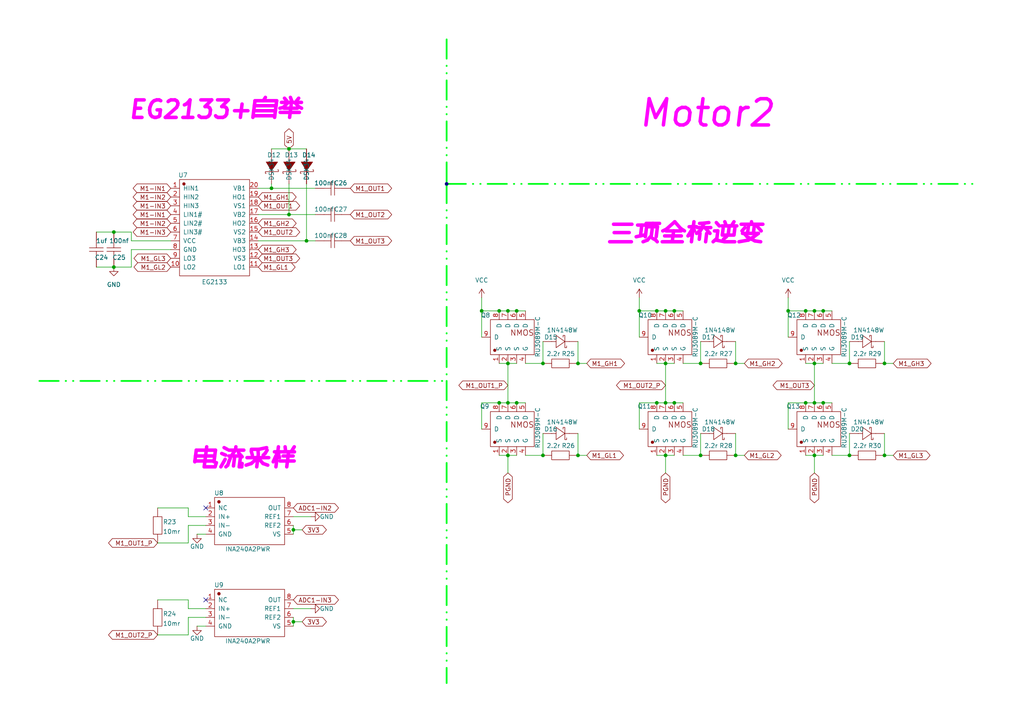
<source format=kicad_sch>
(kicad_sch (version 20231120) (generator "eeschema") (generator_version "8.0")
  (paper "A4")
  (title_block (title "Drive2") (date "2025-01-24") (rev "Dennis_Re_Yoonjiho"))
  (lib_symbols
    (symbol "Ts_Foc_Vo符号库:1N4148W" (pin_numbers hide) (pin_names (offset 1.016) hide)
      (property "Reference" "D" (at -5.08 1.524 0))
      (property "Value" "1N4148W" (at 1.016 3.048 0))
      (symbol "1N4148W_1_1"
        (polyline (pts (xy -2.54 0) (xy -1.27 0)) (stroke (width 0.1524)))
        (polyline (pts (xy 1.27 0) (xy 2.54 0)) (stroke (width 0.1524)))
        (polyline (pts (xy -1.27 -1.778) (xy 1.27 0) (xy -1.27 1.778) (xy -1.27 -1.778)) (stroke (width 0.1524)))
        (polyline (pts (xy 1.778 -1.27) (xy 1.778 -1.778) (xy 1.27 -1.778) (xy 1.27 1.778) (xy 0.762 1.778) (xy 0.762 1.27)) (stroke (width 0.1524)))
        (pin input line (at -5.08 0 0) (length 2.54) (name "A") (number "1"))
        (pin input line (at 5.08 0 180) (length 2.54) (name "K") (number "2"))
      )
    )
    (symbol "Ts_Foc_Vo符号库:CAP" (pin_numbers hide) (pin_names (offset 1.016) hide)
      (property "Reference" "C" (at -2.286 1.524 0))
      (property "Value" "Value" (at 3.81 1.524 0))
      (symbol "CAP_1_1"
        (polyline (pts (xy -0.508 -2.032) (xy -0.508 2.032)) (stroke (width 0.1524)))
        (polyline (pts (xy -0.508 0) (xy -2.54 0)) (stroke (width 0.1524)))
        (polyline (pts (xy 0.508 2.032) (xy 0.508 -2.032)) (stroke (width 0.1524)))
        (polyline (pts (xy 2.54 0) (xy 0.508 0)) (stroke (width 0.1524)))
        (pin input line (at -5.08 0 0) (length 2.54) (name "1") (number "1"))
        (pin input line (at 5.08 0 180) (length 2.54) (name "2") (number "2"))
      )
    )
    (symbol "Ts_Foc_Vo符号库:DSK34" (pin_numbers hide) (pin_names (offset 1.016) hide)
      (property "Reference" "D" (at -4.064 1.778 0))
      (property "Value" "DSK34" (at 3.048 2.54 0))
      (symbol "DSK34_1_1"
        (polyline (pts (xy 1.27 1.524) (xy -1.27 0) (xy 1.27 -1.778) (xy 1.27 1.524)) (stroke (width 0.1524)) (fill (type outline)))
        (polyline (pts (xy -2.032 1.524) (xy -2.032 1.778) (xy -1.524 1.778) (xy -1.524 -2.032) (xy -1.016 -2.032) (xy -1.016 -1.778)) (stroke (width 0.1524)))
        (pin input line (at -5.08 0 0) (length 3.81) (name "K") (number "1"))
        (pin input line (at 5.08 0 180) (length 3.81) (name "A") (number "2"))
      )
    )
    (symbol "Ts_Foc_Vo符号库:EG2133" (pin_names (offset 1.016))
      (property "Reference" "U" (at -9.652 14.986 0))
      (property "Value" "EG2133" (at 1.524 15.494 0))
      (symbol "EG2133_1_1"
        (rectangle (start -10.16 13.97) (end 10.16 -13.97) (stroke (width 0.1524)))
        (circle (center -8.89 12.7) (radius 0.381) (stroke (width 0.1524)) (fill (type outline)))
        (pin input line (at -12.7 11.43 0) (length 2.54) (name "HIN1") (number "1"))
        (pin input line (at -12.7 -11.43 0) (length 2.54) (name "LO2") (number "10"))
        (pin input line (at 12.7 -11.43 180) (length 2.54) (name "LO1") (number "11"))
        (pin input line (at 12.7 -8.89 180) (length 2.54) (name "VS3") (number "12"))
        (pin input line (at 12.7 -6.35 180) (length 2.54) (name "HO3") (number "13"))
        (pin input line (at 12.7 -3.81 180) (length 2.54) (name "VB3") (number "14"))
        (pin input line (at 12.7 -1.27 180) (length 2.54) (name "VS2") (number "15"))
        (pin input line (at 12.7 1.27 180) (length 2.54) (name "HO2") (number "16"))
        (pin input line (at 12.7 3.81 180) (length 2.54) (name "VB2") (number "17"))
        (pin input line (at 12.7 6.35 180) (length 2.54) (name "VS1") (number "18"))
        (pin input line (at 12.7 8.89 180) (length 2.54) (name "HO1") (number "19"))
        (pin input line (at -12.7 8.89 0) (length 2.54) (name "HIN2") (number "2"))
        (pin input line (at 12.7 11.43 180) (length 2.54) (name "VB1") (number "20"))
        (pin input line (at -12.7 6.35 0) (length 2.54) (name "HIN3") (number "3"))
        (pin input line (at -12.7 3.81 0) (length 2.54) (name "LIN1#") (number "4"))
        (pin input line (at -12.7 1.27 0) (length 2.54) (name "LIN2#") (number "5"))
        (pin input line (at -12.7 -1.27 0) (length 2.54) (name "LIN3#") (number "6"))
        (pin input line (at -12.7 -3.81 0) (length 2.54) (name "VCC") (number "7"))
        (pin input line (at -12.7 -6.35 0) (length 2.54) (name "GND") (number "8"))
        (pin input line (at -12.7 -8.89 0) (length 2.54) (name "LO3") (number "9"))
      )
    )
    (symbol "Ts_Foc_Vo符号库:INA240A2PWR" (pin_names (offset 1.016))
      (property "Reference" "U" (at -9.906 8.128 0))
      (property "Value" "INA240A2PWR" (at 0.762 8.128 0))
      (symbol "INA240A2PWR_1_1"
        (rectangle (start -10.16 6.858) (end 10.16 -6.858) (stroke (width 0.1524)))
        (circle (center -8.89 5.588) (radius 0.381) (stroke (width 0.1524)) (fill (type outline)))
        (circle (center -8.89 5.588) (radius 0.381) (stroke (width 0.1524)) (fill (type outline)))
        (pin input line (at -12.7 3.81 0) (length 2.54) (name "NC") (number "1"))
        (pin input line (at -12.7 1.27 0) (length 2.54) (name "IN+") (number "2"))
        (pin input line (at -12.7 -1.27 0) (length 2.54) (name "IN-") (number "3"))
        (pin input line (at -12.7 -3.81 0) (length 2.54) (name "GND") (number "4"))
        (pin input line (at 12.7 -3.81 180) (length 2.54) (name "VS") (number "5"))
        (pin input line (at 12.7 -1.27 180) (length 2.54) (name "REF2") (number "6"))
        (pin input line (at 12.7 1.27 180) (length 2.54) (name "REF1") (number "7"))
        (pin input line (at 12.7 3.81 180) (length 2.54) (name "OUT") (number "8"))
      )
    )
    (symbol "Ts_Foc_Vo符号库:RES" (pin_numbers hide) (pin_names (offset 1.016) hide)
      (property "Reference" "R" (at -2.286 2.032 0))
      (property "Value" "Value" (at 2.286 2.032 0))
      (symbol "RES_1_1"
        (rectangle (start -2.54 1.27) (end 2.54 -1.27) (stroke (width 0.1524)))
        (pin input line (at -5.08 0 0) (length 2.54) (name "1") (number "1"))
        (pin input line (at 5.08 0 180) (length 2.54) (name "2") (number "2"))
      )
    )
    (symbol "Ts_Foc_Vo符号库:RU3089M-C" (pin_names (offset 1.016))
      (property "Reference" "Q" (at -4.572 6.096 0))
      (property "Value" "RU3089M-C" (at 0.254 -8.89 0))
      (symbol "RU3089M-C_1_1"
        (rectangle (start -5.08 5.08) (end 5.08 -7.62) (stroke (width 0.1524)))
        (circle (center -3.81 3.81) (radius 0.381) (stroke (width 0.1524)) (fill (type outline)))
        (text "NMOS" (at 1.27 -7.62 900) (effects (font (size 1.6256 1.6256)) (justify left)))
        (pin input line (at -7.62 2.54 0) (length 2.54) (name "S") (number "1"))
        (pin input line (at -7.62 0 0) (length 2.54) (name "S") (number "2"))
        (pin input line (at -7.62 -2.54 0) (length 2.54) (name "S") (number "3"))
        (pin input line (at -7.62 -5.08 0) (length 2.54) (name "G") (number "4"))
        (pin input line (at 7.62 -5.08 180) (length 2.54) (name "D") (number "5"))
        (pin input line (at 7.62 -2.54 180) (length 2.54) (name "D") (number "6"))
        (pin input line (at 7.62 0 180) (length 2.54) (name "D") (number "7"))
        (pin input line (at 7.62 2.54 180) (length 2.54) (name "D") (number "8"))
        (pin input line (at 0 7.62 270) (length 2.54) (name "D") (number "9"))
      )
    )
    (symbol "power:GND" (power) (pin_numbers hide) (pin_names (offset 0) hide)
      (property "Value" "GND" (at 0 -3.81 0))
      (symbol "GND_0_1"
        (polyline (pts (xy 0 0) (xy 0 -1.27) (xy 1.27 -1.27) (xy 0 -2.54) (xy -1.27 -1.27) (xy 0 -1.27)))
      )
      (symbol "GND_1_1"
        (pin power_in line (at 0 0 270) (length 0) (name "~") (number "1"))
      )
    )
    (symbol "power:VCC" (power) (pin_numbers hide) (pin_names (offset 0) hide)
      (property "Value" "VCC" (at 0 3.556 0))
      (symbol "VCC_0_1"
        (polyline (pts (xy -0.762 1.27) (xy 0 2.54)))
        (polyline (pts (xy 0 0) (xy 0 2.54)))
        (polyline (pts (xy 0 2.54) (xy 0.762 1.27)))
      )
      (symbol "VCC_1_1"
        (pin power_in line (at 0 0 90) (length 0) (name "~") (number "1"))
      )
    )
  )
  (junction (at 203.2 132.08))
  (junction (at 238.76 90.17))
  (junction (at 85.09 180.34))
  (junction (at 193.04 132.08))
  (junction (at 246.38 132.08))
  (junction (at 190.5 116.84))
  (junction (at 157.48 105.41))
  (junction (at 193.04 105.41))
  (junction (at 83.82 62.23))
  (junction (at 236.22 90.17))
  (junction (at 238.76 116.84))
  (junction (at 213.36 132.08))
  (junction (at 147.32 116.84))
  (junction (at 149.86 116.84))
  (junction (at 33.02 67.31))
  (junction (at 213.36 105.41))
  (junction (at 144.78 116.84))
  (junction (at 129.54 53.34))
  (junction (at 193.04 90.17))
  (junction (at 190.5 90.17))
  (junction (at 149.86 90.17))
  (junction (at 144.78 90.17))
  (junction (at 236.22 105.41))
  (junction (at 88.9 69.85))
  (junction (at 203.2 105.41))
  (junction (at 236.22 132.08))
  (junction (at 147.32 105.41))
  (junction (at 167.64 105.41))
  (junction (at 236.22 116.84))
  (junction (at 167.64 132.08))
  (junction (at 147.32 90.17))
  (junction (at 228.6 90.17))
  (junction (at 33.02 77.47))
  (junction (at 193.04 116.84))
  (junction (at 78.74 54.61))
  (junction (at 83.82 43.18))
  (junction (at 129.54 110.49) (diameter 0.127) (color 0 255 25 1))
  (junction (at 157.48 132.08))
  (junction (at 147.32 132.08))
  (junction (at 139.7 90.17))
  (junction (at 85.09 153.67))
  (junction (at 233.68 116.84))
  (junction (at 185.42 90.17))
  (junction (at 246.38 105.41))
  (junction (at 256.54 132.08))
  (junction (at 233.68 90.17))
  (junction (at 195.58 90.17))
  (junction (at 256.54 105.41))
  (junction (at 195.58 116.84))
  (no_connect (at 59.69 147.32))
  (no_connect (at 59.69 173.99))
  (wire (pts (xy 139.7 116.84) (xy 144.78 116.84)))
  (wire (pts (xy 59.69 176.53) (xy 54.61 176.53)))
  (bus (pts (xy 129.54 53.34) (xy 283.21 53.34)) (stroke (width 0.508) (type dash_dot_dot) (color 0 255 25 1)))
  (wire (pts (xy 241.3 132.08) (xy 246.38 132.08)))
  (wire (pts (xy 190.5 116.84) (xy 193.04 116.84)))
  (wire (pts (xy 144.78 116.84) (xy 147.32 116.84)))
  (wire (pts (xy 190.5 90.17) (xy 185.42 90.17)))
  (wire (pts (xy 144.78 132.08) (xy 147.32 132.08)))
  (wire (pts (xy 78.74 43.18) (xy 83.82 43.18)))
  (wire (pts (xy 139.7 90.17) (xy 139.7 97.79)))
  (bus (pts (xy 129.54 53.34) (xy 129.54 110.49)) (stroke (width 0.508) (type dash_dot_dot) (color 0 255 25 1)))
  (wire (pts (xy 45.72 157.48) (xy 54.61 157.48)))
  (wire (pts (xy 256.54 125.73) (xy 256.54 132.08)))
  (bus (pts (xy 129.54 110.49) (xy 129.54 198.12)) (stroke (width 0.508) (type dash_dot_dot) (color 0 255 25 1)))
  (wire (pts (xy 233.68 132.08) (xy 236.22 132.08)))
  (wire (pts (xy 139.7 124.46) (xy 139.7 116.84)))
  (wire (pts (xy 236.22 132.08) (xy 238.76 132.08)))
  (wire (pts (xy 57.15 154.94) (xy 59.69 154.94)))
  (wire (pts (xy 213.36 105.41) (xy 215.9 105.41)))
  (wire (pts (xy 49.53 72.39) (xy 38.1 72.39)))
  (wire (pts (xy 190.5 90.17) (xy 193.04 90.17)))
  (wire (pts (xy 185.42 124.46) (xy 185.42 116.84)))
  (wire (pts (xy 233.68 90.17) (xy 236.22 90.17)))
  (wire (pts (xy 87.63 153.67) (xy 85.09 153.67)))
  (wire (pts (xy 157.48 99.06) (xy 157.48 105.41)))
  (wire (pts (xy 147.32 116.84) (xy 149.86 116.84)))
  (wire (pts (xy 193.04 105.41) (xy 195.58 105.41)))
  (wire (pts (xy 27.94 67.31) (xy 33.02 67.31)))
  (wire (pts (xy 54.61 152.4) (xy 59.69 152.4)))
  (wire (pts (xy 241.3 105.41) (xy 246.38 105.41)))
  (wire (pts (xy 246.38 99.06) (xy 246.38 105.41)))
  (wire (pts (xy 213.36 99.06) (xy 213.36 105.41)))
  (wire (pts (xy 33.02 67.31) (xy 38.1 67.31)))
  (wire (pts (xy 167.64 99.06) (xy 167.64 105.41)))
  (wire (pts (xy 256.54 132.08) (xy 259.08 132.08)))
  (wire (pts (xy 185.42 116.84) (xy 190.5 116.84)))
  (wire (pts (xy 149.86 90.17) (xy 152.4 90.17)))
  (wire (pts (xy 78.74 53.34) (xy 78.74 54.61)))
  (wire (pts (xy 203.2 99.06) (xy 203.2 105.41)))
  (wire (pts (xy 88.9 53.34) (xy 88.9 69.85)))
  (wire (pts (xy 83.82 43.18) (xy 88.9 43.18)))
  (wire (pts (xy 193.04 132.08) (xy 195.58 132.08)))
  (wire (pts (xy 228.6 86.36) (xy 228.6 90.17)))
  (wire (pts (xy 236.22 90.17) (xy 238.76 90.17)))
  (wire (pts (xy 54.61 157.48) (xy 54.61 152.4)))
  (wire (pts (xy 167.64 105.41) (xy 170.18 105.41)))
  (wire (pts (xy 228.6 90.17) (xy 228.6 97.79)))
  (wire (pts (xy 190.5 105.41) (xy 193.04 105.41)))
  (wire (pts (xy 185.42 90.17) (xy 185.42 97.79)))
  (wire (pts (xy 238.76 90.17) (xy 241.3 90.17)))
  (wire (pts (xy 144.78 90.17) (xy 147.32 90.17)))
  (wire (pts (xy 236.22 116.84) (xy 238.76 116.84)))
  (wire (pts (xy 85.09 180.34) (xy 85.09 181.61)))
  (wire (pts (xy 147.32 90.17) (xy 149.86 90.17)))
  (wire (pts (xy 54.61 147.32) (xy 45.72 147.32)))
  (wire (pts (xy 193.04 90.17) (xy 195.58 90.17)))
  (wire (pts (xy 152.4 105.41) (xy 157.48 105.41)))
  (wire (pts (xy 57.15 181.61) (xy 59.69 181.61)))
  (wire (pts (xy 152.4 132.08) (xy 157.48 132.08)))
  (wire (pts (xy 54.61 173.99) (xy 45.72 173.99)))
  (wire (pts (xy 233.68 90.17) (xy 228.6 90.17)))
  (wire (pts (xy 203.2 125.73) (xy 203.2 132.08)))
  (wire (pts (xy 54.61 176.53) (xy 54.61 173.99)))
  (wire (pts (xy 54.61 179.07) (xy 59.69 179.07)))
  (wire (pts (xy 88.9 69.85) (xy 91.44 69.85)))
  (wire (pts (xy 167.64 132.08) (xy 170.18 132.08)))
  (wire (pts (xy 213.36 125.73) (xy 213.36 132.08)))
  (wire (pts (xy 157.48 125.73) (xy 157.48 132.08)))
  (wire (pts (xy 27.94 77.47) (xy 33.02 77.47)))
  (wire (pts (xy 74.93 54.61) (xy 78.74 54.61)))
  (wire (pts (xy 195.58 116.84) (xy 198.12 116.84)))
  (wire (pts (xy 78.74 54.61) (xy 91.44 54.61)))
  (wire (pts (xy 90.17 176.53) (xy 85.09 176.53)))
  (wire (pts (xy 233.68 116.84) (xy 236.22 116.84)))
  (wire (pts (xy 236.22 105.41) (xy 238.76 105.41)))
  (bus (pts (xy 129.54 11.43) (xy 129.54 53.34)) (stroke (width 0.508) (type dash_dot_dot) (color 0 255 25 1)))
  (wire (pts (xy 45.72 184.15) (xy 54.61 184.15)))
  (bus (pts (xy 11.43 110.49) (xy 129.54 110.49)) (stroke (width 0.508) (type dash_dot_dot) (color 0 255 25 1)))
  (wire (pts (xy 198.12 105.41) (xy 203.2 105.41)))
  (wire (pts (xy 38.1 77.47) (xy 33.02 77.47)))
  (wire (pts (xy 85.09 179.07) (xy 85.09 180.34)))
  (wire (pts (xy 59.69 149.86) (xy 54.61 149.86)))
  (wire (pts (xy 74.93 69.85) (xy 88.9 69.85)))
  (wire (pts (xy 85.09 152.4) (xy 85.09 153.67)))
  (wire (pts (xy 147.32 105.41) (xy 147.32 116.84)))
  (wire (pts (xy 246.38 125.73) (xy 246.38 132.08)))
  (wire (pts (xy 90.17 149.86) (xy 85.09 149.86)))
  (wire (pts (xy 38.1 72.39) (xy 38.1 77.47)))
  (wire (pts (xy 139.7 86.36) (xy 139.7 90.17)))
  (wire (pts (xy 238.76 116.84) (xy 241.3 116.84)))
  (wire (pts (xy 144.78 90.17) (xy 139.7 90.17)))
  (wire (pts (xy 144.78 105.41) (xy 147.32 105.41)))
  (wire (pts (xy 195.58 90.17) (xy 198.12 90.17)))
  (wire (pts (xy 198.12 132.08) (xy 203.2 132.08)))
  (wire (pts (xy 38.1 67.31) (xy 38.1 69.85)))
  (wire (pts (xy 74.93 62.23) (xy 83.82 62.23)))
  (wire (pts (xy 147.32 137.16) (xy 147.32 132.08)))
  (wire (pts (xy 85.09 153.67) (xy 85.09 154.94)))
  (wire (pts (xy 193.04 105.41) (xy 193.04 116.84)))
  (wire (pts (xy 147.32 132.08) (xy 149.86 132.08)))
  (wire (pts (xy 167.64 125.73) (xy 167.64 132.08)))
  (wire (pts (xy 54.61 149.86) (xy 54.61 147.32)))
  (wire (pts (xy 256.54 105.41) (xy 259.08 105.41)))
  (wire (pts (xy 149.86 116.84) (xy 152.4 116.84)))
  (wire (pts (xy 147.32 105.41) (xy 149.86 105.41)))
  (wire (pts (xy 228.6 116.84) (xy 233.68 116.84)))
  (wire (pts (xy 190.5 132.08) (xy 193.04 132.08)))
  (wire (pts (xy 83.82 62.23) (xy 91.44 62.23)))
  (wire (pts (xy 233.68 105.41) (xy 236.22 105.41)))
  (wire (pts (xy 87.63 180.34) (xy 85.09 180.34)))
  (wire (pts (xy 83.82 53.34) (xy 83.82 62.23)))
  (wire (pts (xy 193.04 137.16) (xy 193.04 132.08)))
  (wire (pts (xy 236.22 105.41) (xy 236.22 116.84)))
  (wire (pts (xy 236.22 137.16) (xy 236.22 132.08)))
  (wire (pts (xy 213.36 132.08) (xy 215.9 132.08)))
  (wire (pts (xy 38.1 69.85) (xy 49.53 69.85)))
  (wire (pts (xy 185.42 86.36) (xy 185.42 90.17)))
  (wire (pts (xy 193.04 116.84) (xy 195.58 116.84)))
  (wire (pts (xy 228.6 124.46) (xy 228.6 116.84)))
  (wire (pts (xy 54.61 184.15) (xy 54.61 179.07)))
  (wire (pts (xy 256.54 99.06) (xy 256.54 105.41)))
  (text "EG2133+自举" (exclude_from_sim yes) (at 62.738 32.004 0) (effects (font (size 5.08 5.08) (thickness 1.016) (bold yes) (italic yes))))
  (text "电流采样" (exclude_from_sim yes) (at 70.866 133.35 0) (effects (font (size 5.08 5.08) (thickness 1.016) (bold yes) (italic yes))))
  (text "三项全桥逆变" (exclude_from_sim yes) (at 198.882 68.072 0) (effects (font (size 5.08 5.08) (thickness 1.016) (bold yes) (italic yes))))
  (text "Motor2" (exclude_from_sim yes) (at 204.978 33.02 0) (effects (font (size 7.62 7.62) (thickness 1.016) (bold yes) (italic yes))))
  (global_label "M1_GL1" (shape bidirectional) (at 74.93 77.47 0) (property "Intersheetrefs" "${INTERSHEET_REFS}" (effects (hide yes))))
  (global_label "M1-IN3" (shape bidirectional) (at 49.53 67.31 180) (property "Intersheetrefs" "${INTERSHEET_REFS}" (effects (hide yes))))
  (global_label "M1_OUT2_P" (shape bidirectional) (at 45.72 184.15 180) (property "Intersheetrefs" "${INTERSHEET_REFS}" (effects (hide yes))))
  (global_label "M1-IN2" (shape bidirectional) (at 49.53 64.77 180) (property "Intersheetrefs" "${INTERSHEET_REFS}" (effects (hide yes))))
  (global_label "ADC1-IN2" (shape bidirectional) (at 85.09 147.32 0) (property "Intersheetrefs" "${INTERSHEET_REFS}" (effects (hide yes))))
  (global_label "M1_GH3" (shape bidirectional) (at 259.08 105.41 0) (property "Intersheetrefs" "${INTERSHEET_REFS}" (effects (hide yes))))
  (global_label "M1_OUT2" (shape bidirectional) (at 74.93 67.31 0) (property "Intersheetrefs" "${INTERSHEET_REFS}" (effects (hide yes))))
  (global_label "M1-IN1" (shape bidirectional) (at 49.53 62.23 180) (property "Intersheetrefs" "${INTERSHEET_REFS}" (effects (hide yes))))
  (global_label "M1_GH2" (shape bidirectional) (at 74.93 64.77 0) (property "Intersheetrefs" "${INTERSHEET_REFS}" (effects (hide yes))))
  (global_label "3V3" (shape bidirectional) (at 87.63 180.34 0) (property "Intersheetrefs" "${INTERSHEET_REFS}" (effects (hide yes))))
  (global_label "PGND" (shape bidirectional) (at 147.32 137.16 270) (property "Intersheetrefs" "${INTERSHEET_REFS}" (effects (hide yes))))
  (global_label "PGND" (shape bidirectional) (at 236.22 137.16 270) (property "Intersheetrefs" "${INTERSHEET_REFS}" (effects (hide yes))))
  (global_label "ADC1-IN3" (shape bidirectional) (at 85.09 173.99 0) (property "Intersheetrefs" "${INTERSHEET_REFS}" (effects (hide yes))))
  (global_label "3V3" (shape bidirectional) (at 87.63 153.67 0) (property "Intersheetrefs" "${INTERSHEET_REFS}" (effects (hide yes))))
  (global_label "M1_GL3" (shape bidirectional) (at 259.08 132.08 0) (property "Intersheetrefs" "${INTERSHEET_REFS}" (effects (hide yes))))
  (global_label "M1_OUT3" (shape bidirectional) (at 101.6 69.85 0) (property "Intersheetrefs" "${INTERSHEET_REFS}" (effects (hide yes))))
  (global_label "M1-IN1" (shape bidirectional) (at 49.53 54.61 180) (property "Intersheetrefs" "${INTERSHEET_REFS}" (effects (hide yes))))
  (global_label "M1_GL3" (shape bidirectional) (at 49.53 74.93 180) (property "Intersheetrefs" "${INTERSHEET_REFS}" (effects (hide yes))))
  (global_label "PGND" (shape bidirectional) (at 193.04 137.16 270) (property "Intersheetrefs" "${INTERSHEET_REFS}" (effects (hide yes))))
  (global_label "M1_OUT2" (shape bidirectional) (at 101.6 62.23 0) (property "Intersheetrefs" "${INTERSHEET_REFS}" (effects (hide yes))))
  (global_label "M1_OUT1_P" (shape bidirectional) (at 147.32 111.76 180) (property "Intersheetrefs" "${INTERSHEET_REFS}" (effects (hide yes))))
  (global_label "M1_OUT1_P" (shape bidirectional) (at 45.72 157.48 180) (property "Intersheetrefs" "${INTERSHEET_REFS}" (effects (hide yes))))
  (global_label "M1_OUT3" (shape bidirectional) (at 236.22 111.76 180) (property "Intersheetrefs" "${INTERSHEET_REFS}" (effects (hide yes))))
  (global_label "M1-IN3" (shape bidirectional) (at 49.53 59.69 180) (property "Intersheetrefs" "${INTERSHEET_REFS}" (effects (hide yes))))
  (global_label "M1_GL1" (shape bidirectional) (at 170.18 132.08 0) (property "Intersheetrefs" "${INTERSHEET_REFS}" (effects (hide yes))))
  (global_label "M1_OUT2_P" (shape bidirectional) (at 193.04 111.76 180) (property "Intersheetrefs" "${INTERSHEET_REFS}" (effects (hide yes))))
  (global_label "M1-IN2" (shape bidirectional) (at 49.53 57.15 180) (property "Intersheetrefs" "${INTERSHEET_REFS}" (effects (hide yes))))
  (global_label "M1_GH1" (shape bidirectional) (at 170.18 105.41 0) (property "Intersheetrefs" "${INTERSHEET_REFS}" (effects (hide yes))))
  (global_label "M1_OUT1" (shape bidirectional) (at 74.93 59.69 0) (property "Intersheetrefs" "${INTERSHEET_REFS}" (effects (hide yes))))
  (global_label "5V" (shape bidirectional) (at 83.82 43.18 90) (property "Intersheetrefs" "${INTERSHEET_REFS}" (effects (hide yes))))
  (global_label "M1_GL2" (shape bidirectional) (at 215.9 132.08 0) (property "Intersheetrefs" "${INTERSHEET_REFS}" (effects (hide yes))))
  (global_label "M1_OUT1" (shape bidirectional) (at 101.6 54.61 0) (property "Intersheetrefs" "${INTERSHEET_REFS}" (effects (hide yes))))
  (global_label "M1_OUT3" (shape bidirectional) (at 74.93 74.93 0) (property "Intersheetrefs" "${INTERSHEET_REFS}" (effects (hide yes))))
  (global_label "M1_GH2" (shape bidirectional) (at 215.9 105.41 0) (property "Intersheetrefs" "${INTERSHEET_REFS}" (effects (hide yes))))
  (global_label "M1_GL2" (shape bidirectional) (at 49.53 77.47 180) (property "Intersheetrefs" "${INTERSHEET_REFS}" (effects (hide yes))))
  (global_label "M1_GH3" (shape bidirectional) (at 74.93 72.39 0) (property "Intersheetrefs" "${INTERSHEET_REFS}" (effects (hide yes))))
  (global_label "M1_GH1" (shape bidirectional) (at 74.93 57.15 0) (property "Intersheetrefs" "${INTERSHEET_REFS}" (effects (hide yes))))
  (symbol (lib_id "Ts_Foc_Vo符号库:INA240A2PWR") (at 72.39 151.13 0) (unit 1)
    (property "Reference" "U8" (at 63.5 143.002 0))
    (property "Value" "INA240A2PWR" (at 71.882 159.258 0))
    (property "Footprint" "Ts_Foc_Vo封装库:INA240A2PWR_TSSOP-8" (effects (hide yes)))
    (property "Datasheet" "http://www.szlcsc.com/product/details_141236.html" (effects (hide yes)))
    (property "SuppliersPartNumber" "C129949" (effects (hide yes)))
    (property "uuid" "std:dbcaa12a6f174e2384008bee47427f39" (effects (hide yes)))
  )
  (symbol (lib_id "power:VCC") (at 228.6 86.36 0) (unit 1)
    (property "Reference" "#PWR033" (effects (hide yes)))
    (property "Value" "VCC" (at 228.6 81.28 0))
    (property "Description" "Power symbol creates a global label with name \"VCC\"" (effects (hide yes)))
  )
  (symbol (lib_id "Ts_Foc_Vo符号库:DSK34") (at 83.82 48.26 90) (unit 1)
    (property "Reference" "D13" (at 82.55 44.958 90) (effects (justify right)))
    (property "Value" "DSK34" (at 83.82 45.974 0) (effects (justify right)))
    (property "Footprint" "Ts_Foc_Vo封装库:DSK_34_SOD-123" (effects (hide yes)))
    (property "Datasheet" "http://www.szlcsc.com/product/details_42013.html" (effects (hide yes)))
    (property "SuppliersPartNumber" "C41029" (effects (hide yes)))
    (property "uuid" "std:903b54571892a6e30fa8884d00bf870c" (effects (hide yes)))
  )
  (symbol (lib_id "Ts_Foc_Vo符号库:RU3089M-C") (at 193.04 124.46 90) (unit 1)
    (property "Reference" "Q11" (at 184.912 117.856 90) (effects (justify right)))
    (property "Value" "RU3089M-C" (at 201.676 118.11 0) (effects (justify right)))
    (property "Footprint" "Ts_Foc_Vo封装库:RU3089M-C_PQFN-8" (effects (hide yes)))
    (property "Datasheet" "http://www.szlcsc.com/product/details_539374.html" (effects (hide yes)))
    (property "SuppliersPartNumber" "C521551" (effects (hide yes)))
    (property "uuid" "std:eaed6c6dee514a1b9b59ef9944d5e1b5" (effects (hide yes)))
  )
  (symbol (lib_id "Ts_Foc_Vo符号库:RU3089M-C") (at 193.04 97.79 90) (unit 1)
    (property "Reference" "Q10" (at 185.166 91.44 90) (effects (justify right)))
    (property "Value" "RU3089M-C" (at 201.676 91.694 0) (effects (justify right)))
    (property "Footprint" "Ts_Foc_Vo封装库:RU3089M-C_PQFN-8" (effects (hide yes)))
    (property "Datasheet" "http://www.szlcsc.com/product/details_539374.html" (effects (hide yes)))
    (property "SuppliersPartNumber" "C521551" (effects (hide yes)))
    (property "uuid" "std:eaed6c6dee514a1b9b59ef9944d5e1b5" (effects (hide yes)))
  )
  (symbol (lib_id "Ts_Foc_Vo符号库:EG2133") (at 62.23 66.04 0) (unit 1)
    (property "Reference" "U7" (at 53.086 50.8 0))
    (property "Value" "EG2133" (at 62.23 81.788 0))
    (property "Footprint" "Ts_Foc_Vo封装库:EG2133_TSSOP" (effects (hide yes)))
    (property "Datasheet" "http://www.szlcsc.com/product/details_210302.html" (effects (hide yes)))
    (property "SuppliersPartNumber" "C190343" (effects (hide yes)))
    (property "uuid" "std:82a7a7bdfd1b4a9494bc5f3b5bda1d75" (effects (hide yes)))
  )
  (symbol (lib_id "Ts_Foc_Vo符号库:CAP") (at 96.52 54.61 180) (unit 1)
    (property "Reference" "C26" (at 98.806 53.086 0))
    (property "Value" "100nf" (at 93.98 53.086 0))
    (property "Footprint" "Ts_Foc_Vo封装库:CAP_0402" (effects (hide yes)))
    (property "Datasheet" "http://www.szlcsc.com/product/details_602003.html" (effects (hide yes)))
    (property "SuppliersPartNumber" "C575438" (effects (hide yes)))
    (property "uuid" "std:0b682b3549a44c2f91624e74dc370f45" (effects (hide yes)))
  )
  (symbol (lib_id "Ts_Foc_Vo符号库:INA240A2PWR") (at 72.39 177.8 0) (unit 1)
    (property "Reference" "U9" (at 63.5 169.672 0))
    (property "Value" "INA240A2PWR" (at 71.882 185.928 0))
    (property "Footprint" "Ts_Foc_Vo封装库:INA240A2PWR_TSSOP-8" (effects (hide yes)))
    (property "Datasheet" "http://www.szlcsc.com/product/details_141236.html" (effects (hide yes)))
    (property "SuppliersPartNumber" "C129949" (effects (hide yes)))
    (property "uuid" "std:dbcaa12a6f174e2384008bee47427f39" (effects (hide yes)))
  )
  (symbol (lib_id "power:GND") (at 33.02 77.47 0) (unit 1)
    (property "Reference" "#PWR026" (effects (hide yes)))
    (property "Value" "GND" (at 33.02 82.55 0))
    (property "Description" "Power symbol creates a global label with name \"GND\" , ground" (effects (hide yes)))
  )
  (symbol (lib_id "Ts_Foc_Vo符号库:CAP") (at 33.02 72.39 90) (unit 1)
    (property "Reference" "C25" (at 34.544 74.676 90))
    (property "Value" "100nf" (at 34.544 69.85 90))
    (property "Footprint" "Ts_Foc_Vo封装库:CAP_0402" (effects (hide yes)))
    (property "Datasheet" "http://www.szlcsc.com/product/details_602003.html" (effects (hide yes)))
    (property "SuppliersPartNumber" "C575438" (effects (hide yes)))
    (property "uuid" "std:0b682b3549a44c2f91624e74dc370f45" (effects (hide yes)))
  )
  (symbol (lib_id "Ts_Foc_Vo符号库:RES") (at 251.46 132.08 0) (unit 1)
    (property "Reference" "R30" (at 253.746 129.286 0))
    (property "Value" "2.2r" (at 249.428 129.286 0))
    (property "Footprint" "Ts_Foc_Vo封装库:Res_0402" (effects (hide yes)))
    (property "SuppliersPartNumber" "C5200633" (effects (hide yes)))
    (property "uuid" "std:0c78b8f437b74d4badbc2695159e48f2" (effects (hide yes)))
  )
  (symbol (lib_id "Ts_Foc_Vo符号库:RU3089M-C") (at 236.22 124.46 90) (unit 1)
    (property "Reference" "Q13" (at 228.092 117.856 90) (effects (justify right)))
    (property "Value" "RU3089M-C" (at 244.856 118.11 0) (effects (justify right)))
    (property "Footprint" "Ts_Foc_Vo封装库:RU3089M-C_PQFN-8" (effects (hide yes)))
    (property "Datasheet" "http://www.szlcsc.com/product/details_539374.html" (effects (hide yes)))
    (property "SuppliersPartNumber" "C521551" (effects (hide yes)))
    (property "uuid" "std:eaed6c6dee514a1b9b59ef9944d5e1b5" (effects (hide yes)))
  )
  (symbol (lib_id "Ts_Foc_Vo符号库:RES") (at 208.28 105.41 0) (unit 1)
    (property "Reference" "R27" (at 210.566 102.616 0))
    (property "Value" "2.2r" (at 206.248 102.616 0))
    (property "Footprint" "Ts_Foc_Vo封装库:Res_0402" (effects (hide yes)))
    (property "SuppliersPartNumber" "C5200633" (effects (hide yes)))
    (property "uuid" "std:0c78b8f437b74d4badbc2695159e48f2" (effects (hide yes)))
  )
  (symbol (lib_id "Ts_Foc_Vo符号库:RU3089M-C") (at 147.32 124.46 90) (unit 1)
    (property "Reference" "Q9" (at 139.192 117.856 90) (effects (justify right)))
    (property "Value" "RU3089M-C" (at 155.956 118.11 0) (effects (justify right)))
    (property "Footprint" "Ts_Foc_Vo封装库:RU3089M-C_PQFN-8" (effects (hide yes)))
    (property "Datasheet" "http://www.szlcsc.com/product/details_539374.html" (effects (hide yes)))
    (property "SuppliersPartNumber" "C521551" (effects (hide yes)))
    (property "uuid" "std:eaed6c6dee514a1b9b59ef9944d5e1b5" (effects (hide yes)))
  )
  (symbol (lib_id "Ts_Foc_Vo符号库:1N4148W") (at 251.46 99.06 0) (unit 1)
    (property "Reference" "D19" (at 248.666 97.79 0))
    (property "Value" "1N4148W" (at 251.968 95.758 0))
    (property "Footprint" "Ts_Foc_Vo封装库:1N4148W_SOD-123" (effects (hide yes)))
    (property "SuppliersPartNumber" "C7420318" (effects (hide yes)))
    (property "uuid" "std:ec7a5fe3cdee49c4ba67c555fdedf9eb" (effects (hide yes)))
  )
  (symbol (lib_id "Ts_Foc_Vo符号库:1N4148W") (at 208.28 99.06 0) (unit 1)
    (property "Reference" "D17" (at 205.486 97.79 0))
    (property "Value" "1N4148W" (at 208.788 95.758 0))
    (property "Footprint" "Ts_Foc_Vo封装库:1N4148W_SOD-123" (effects (hide yes)))
    (property "SuppliersPartNumber" "C7420318" (effects (hide yes)))
    (property "uuid" "std:ec7a5fe3cdee49c4ba67c555fdedf9eb" (effects (hide yes)))
  )
  (symbol (lib_id "Ts_Foc_Vo符号库:CAP") (at 96.52 62.23 180) (unit 1)
    (property "Reference" "C27" (at 98.806 60.706 0))
    (property "Value" "100nf" (at 93.98 60.706 0))
    (property "Footprint" "Ts_Foc_Vo封装库:CAP_0402" (effects (hide yes)))
    (property "Datasheet" "http://www.szlcsc.com/product/details_602003.html" (effects (hide yes)))
    (property "SuppliersPartNumber" "C575438" (effects (hide yes)))
    (property "uuid" "std:0b682b3549a44c2f91624e74dc370f45" (effects (hide yes)))
  )
  (symbol (lib_id "Ts_Foc_Vo符号库:1N4148W") (at 251.46 125.73 0) (unit 1)
    (property "Reference" "D20" (at 248.666 124.46 0))
    (property "Value" "1N4148W" (at 251.968 122.428 0))
    (property "Footprint" "Ts_Foc_Vo封装库:1N4148W_SOD-123" (effects (hide yes)))
    (property "SuppliersPartNumber" "C7420318" (effects (hide yes)))
    (property "uuid" "std:ec7a5fe3cdee49c4ba67c555fdedf9eb" (effects (hide yes)))
  )
  (symbol (lib_id "Ts_Foc_Vo符号库:RES") (at 251.46 105.41 0) (unit 1)
    (property "Reference" "R29" (at 253.746 102.616 0))
    (property "Value" "2.2r" (at 249.428 102.616 0))
    (property "Footprint" "Ts_Foc_Vo封装库:Res_0402" (effects (hide yes)))
    (property "SuppliersPartNumber" "C5200633" (effects (hide yes)))
    (property "uuid" "std:0c78b8f437b74d4badbc2695159e48f2" (effects (hide yes)))
  )
  (symbol (lib_id "power:GND") (at 90.17 176.53 90) (unit 1)
    (property "Reference" "#PWR030" (effects (hide yes)))
    (property "Value" "GND" (at 92.71 176.53 90) (effects (justify right)))
    (property "Description" "Power symbol creates a global label with name \"GND\" , ground" (effects (hide yes)))
  )
  (symbol (lib_id "Ts_Foc_Vo符号库:RES") (at 45.72 179.07 90) (unit 1)
    (property "Reference" "R24" (at 47.244 178.054 90) (effects (justify right)))
    (property "Value" "10mr" (at 47.244 180.848 90) (effects (justify right)))
    (property "Footprint" "Ts_Foc_Vo封装库:Res_1206" (effects (hide yes)))
    (property "SuppliersPartNumber" "C5200633" (effects (hide yes)))
    (property "uuid" "std:0c78b8f437b74d4badbc2695159e48f2" (effects (hide yes)))
  )
  (symbol (lib_id "Ts_Foc_Vo符号库:RES") (at 162.56 132.08 0) (unit 1)
    (property "Reference" "R26" (at 164.846 129.286 0))
    (property "Value" "2.2r" (at 160.528 129.286 0))
    (property "Footprint" "Ts_Foc_Vo封装库:Res_0402" (effects (hide yes)))
    (property "SuppliersPartNumber" "C5200633" (effects (hide yes)))
    (property "uuid" "std:0c78b8f437b74d4badbc2695159e48f2" (effects (hide yes)))
  )
  (symbol (lib_id "Ts_Foc_Vo符号库:CAP") (at 96.52 69.85 180) (unit 1)
    (property "Reference" "C28" (at 98.806 68.326 0))
    (property "Value" "100nf" (at 93.98 68.326 0))
    (property "Footprint" "Ts_Foc_Vo封装库:CAP_0402" (effects (hide yes)))
    (property "Datasheet" "http://www.szlcsc.com/product/details_602003.html" (effects (hide yes)))
    (property "SuppliersPartNumber" "C575438" (effects (hide yes)))
    (property "uuid" "std:0b682b3549a44c2f91624e74dc370f45" (effects (hide yes)))
  )
  (symbol (lib_id "Ts_Foc_Vo符号库:RES") (at 208.28 132.08 0) (unit 1)
    (property "Reference" "R28" (at 210.566 129.286 0))
    (property "Value" "2.2r" (at 206.248 129.286 0))
    (property "Footprint" "Ts_Foc_Vo封装库:Res_0402" (effects (hide yes)))
    (property "SuppliersPartNumber" "C5200633" (effects (hide yes)))
    (property "uuid" "std:0c78b8f437b74d4badbc2695159e48f2" (effects (hide yes)))
  )
  (symbol (lib_id "Ts_Foc_Vo符号库:RES") (at 162.56 105.41 0) (unit 1)
    (property "Reference" "R25" (at 164.846 102.616 0))
    (property "Value" "2.2r" (at 160.528 102.616 0))
    (property "Footprint" "Ts_Foc_Vo封装库:Res_0402" (effects (hide yes)))
    (property "SuppliersPartNumber" "C5200633" (effects (hide yes)))
    (property "uuid" "std:0c78b8f437b74d4badbc2695159e48f2" (effects (hide yes)))
  )
  (symbol (lib_id "power:VCC") (at 185.42 86.36 0) (unit 1)
    (property "Reference" "#PWR032" (effects (hide yes)))
    (property "Value" "VCC" (at 185.42 81.28 0))
    (property "Description" "Power symbol creates a global label with name \"VCC\"" (effects (hide yes)))
  )
  (symbol (lib_id "power:VCC") (at 139.7 86.36 0) (unit 1)
    (property "Reference" "#PWR031" (effects (hide yes)))
    (property "Value" "VCC" (at 139.7 81.28 0))
    (property "Description" "Power symbol creates a global label with name \"VCC\"" (effects (hide yes)))
  )
  (symbol (lib_id "Ts_Foc_Vo符号库:1N4148W") (at 162.56 99.06 0) (unit 1)
    (property "Reference" "D15" (at 159.766 97.79 0))
    (property "Value" "1N4148W" (at 163.068 95.758 0))
    (property "Footprint" "Ts_Foc_Vo封装库:1N4148W_SOD-123" (effects (hide yes)))
    (property "SuppliersPartNumber" "C7420318" (effects (hide yes)))
    (property "uuid" "std:ec7a5fe3cdee49c4ba67c555fdedf9eb" (effects (hide yes)))
  )
  (symbol (lib_id "Ts_Foc_Vo符号库:1N4148W") (at 208.28 125.73 0) (unit 1)
    (property "Reference" "D18" (at 205.486 124.46 0))
    (property "Value" "1N4148W" (at 208.788 122.428 0))
    (property "Footprint" "Ts_Foc_Vo封装库:1N4148W_SOD-123" (effects (hide yes)))
    (property "SuppliersPartNumber" "C7420318" (effects (hide yes)))
    (property "uuid" "std:ec7a5fe3cdee49c4ba67c555fdedf9eb" (effects (hide yes)))
  )
  (symbol (lib_id "Ts_Foc_Vo符号库:DSK34") (at 78.74 48.26 90) (unit 1)
    (property "Reference" "D12" (at 77.47 44.958 90) (effects (justify right)))
    (property "Value" "DSK34" (at 78.74 45.974 0) (effects (justify right)))
    (property "Footprint" "Ts_Foc_Vo封装库:DSK_34_SOD-123" (effects (hide yes)))
    (property "Datasheet" "http://www.szlcsc.com/product/details_42013.html" (effects (hide yes)))
    (property "SuppliersPartNumber" "C41029" (effects (hide yes)))
    (property "uuid" "std:903b54571892a6e30fa8884d00bf870c" (effects (hide yes)))
  )
  (symbol (lib_id "power:GND") (at 57.15 181.61 0) (unit 1)
    (property "Reference" "#PWR028" (effects (hide yes)))
    (property "Value" "GND" (at 57.15 185.166 0))
    (property "Description" "Power symbol creates a global label with name \"GND\" , ground" (effects (hide yes)))
  )
  (symbol (lib_id "power:GND") (at 90.17 149.86 90) (unit 1)
    (property "Reference" "#PWR029" (effects (hide yes)))
    (property "Value" "GND" (at 92.71 149.86 90) (effects (justify right)))
    (property "Description" "Power symbol creates a global label with name \"GND\" , ground" (effects (hide yes)))
  )
  (symbol (lib_id "Ts_Foc_Vo符号库:CAP") (at 27.94 72.39 90) (unit 1)
    (property "Reference" "C24" (at 29.464 74.676 90))
    (property "Value" "1uf" (at 29.464 69.85 90))
    (property "Footprint" "Ts_Foc_Vo封装库:CAP_0402" (effects (hide yes)))
    (property "Datasheet" "http://www.szlcsc.com/product/details_602003.html" (effects (hide yes)))
    (property "SuppliersPartNumber" "C575438" (effects (hide yes)))
    (property "uuid" "std:0b682b3549a44c2f91624e74dc370f45" (effects (hide yes)))
  )
  (symbol (lib_id "Ts_Foc_Vo符号库:1N4148W") (at 162.56 125.73 0) (unit 1)
    (property "Reference" "D16" (at 159.766 124.46 0))
    (property "Value" "1N4148W" (at 163.068 122.428 0))
    (property "Footprint" "Ts_Foc_Vo封装库:1N4148W_SOD-123" (effects (hide yes)))
    (property "SuppliersPartNumber" "C7420318" (effects (hide yes)))
    (property "uuid" "std:ec7a5fe3cdee49c4ba67c555fdedf9eb" (effects (hide yes)))
  )
  (symbol (lib_id "Ts_Foc_Vo符号库:RES") (at 45.72 152.4 90) (unit 1)
    (property "Reference" "R23" (at 47.244 151.384 90) (effects (justify right)))
    (property "Value" "10mr" (at 47.244 154.178 90) (effects (justify right)))
    (property "Footprint" "Ts_Foc_Vo封装库:Res_1206" (effects (hide yes)))
    (property "SuppliersPartNumber" "C5200633" (effects (hide yes)))
    (property "uuid" "std:0c78b8f437b74d4badbc2695159e48f2" (effects (hide yes)))
  )
  (symbol (lib_id "Ts_Foc_Vo符号库:DSK34") (at 88.9 48.26 90) (unit 1)
    (property "Reference" "D14" (at 87.63 44.958 90) (effects (justify right)))
    (property "Value" "DSK34" (at 88.9 45.974 0) (effects (justify right)))
    (property "Footprint" "Ts_Foc_Vo封装库:DSK_34_SOD-123" (effects (hide yes)))
    (property "Datasheet" "http://www.szlcsc.com/product/details_42013.html" (effects (hide yes)))
    (property "SuppliersPartNumber" "C41029" (effects (hide yes)))
    (property "uuid" "std:903b54571892a6e30fa8884d00bf870c" (effects (hide yes)))
  )
  (symbol (lib_id "power:GND") (at 57.15 154.94 0) (unit 1)
    (property "Reference" "#PWR027" (effects (hide yes)))
    (property "Value" "GND" (at 57.15 158.496 0))
    (property "Description" "Power symbol creates a global label with name \"GND\" , ground" (effects (hide yes)))
  )
  (symbol (lib_id "Ts_Foc_Vo符号库:RU3089M-C") (at 147.32 97.79 90) (unit 1)
    (property "Reference" "Q8" (at 139.446 91.44 90) (effects (justify right)))
    (property "Value" "RU3089M-C" (at 155.956 91.694 0) (effects (justify right)))
    (property "Footprint" "Ts_Foc_Vo封装库:RU3089M-C_PQFN-8" (effects (hide yes)))
    (property "Datasheet" "http://www.szlcsc.com/product/details_539374.html" (effects (hide yes)))
    (property "SuppliersPartNumber" "C521551" (effects (hide yes)))
    (property "uuid" "std:eaed6c6dee514a1b9b59ef9944d5e1b5" (effects (hide yes)))
  )
  (symbol (lib_id "Ts_Foc_Vo符号库:RU3089M-C") (at 236.22 97.79 90) (unit 1)
    (property "Reference" "Q12" (at 228.346 91.44 90) (effects (justify right)))
    (property "Value" "RU3089M-C" (at 244.856 91.694 0) (effects (justify right)))
    (property "Footprint" "Ts_Foc_Vo封装库:RU3089M-C_PQFN-8" (effects (hide yes)))
    (property "Datasheet" "http://www.szlcsc.com/product/details_539374.html" (effects (hide yes)))
    (property "SuppliersPartNumber" "C521551" (effects (hide yes)))
    (property "uuid" "std:eaed6c6dee514a1b9b59ef9944d5e1b5" (effects (hide yes)))
  )
)
</source>
